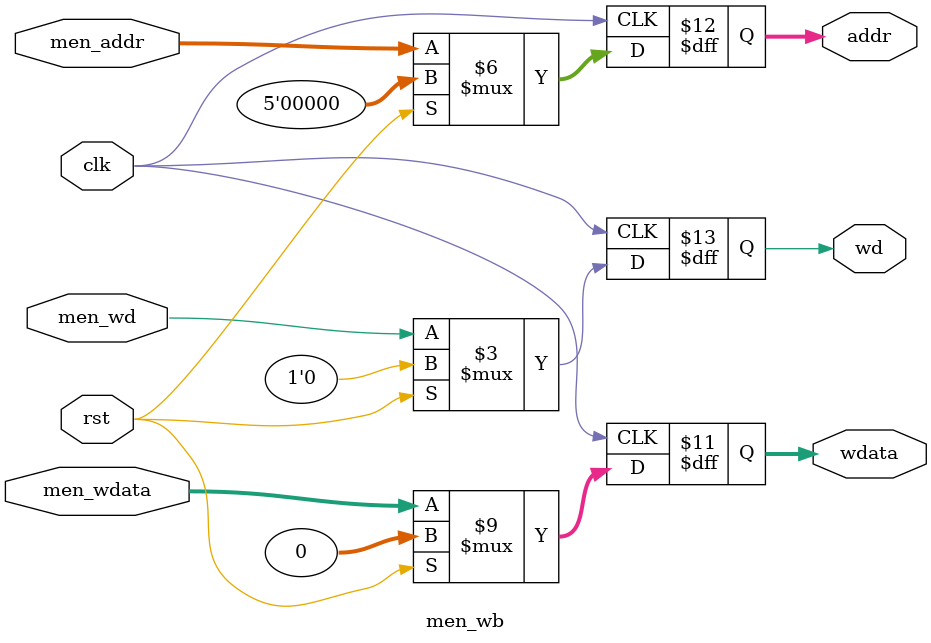
<source format=v>

module men_wb (
    input       wire        rst,
    input       wire        clk,

//ÓëmenÏàÁ¬
    input       wire[31:0]        men_wdata,
    input       wire[4:0]         men_addr,
    input       wire              men_wd,

//ÓëregfileÏàÁ¬
    output      reg[31:0]         wdata,
    output      reg[4:0]          addr,
    output      reg               wd

);
    
always @ ( posedge clk) begin
    if( rst ) begin
        wdata       <=      32'h0;
        addr        <=      5'h0;
        wd          <=      1'b0;
    end
    else begin
        wdata       <=      men_wdata;
        addr        <=      men_addr;
        wd          <=      men_wd;
    end

end 

endmodule
</source>
